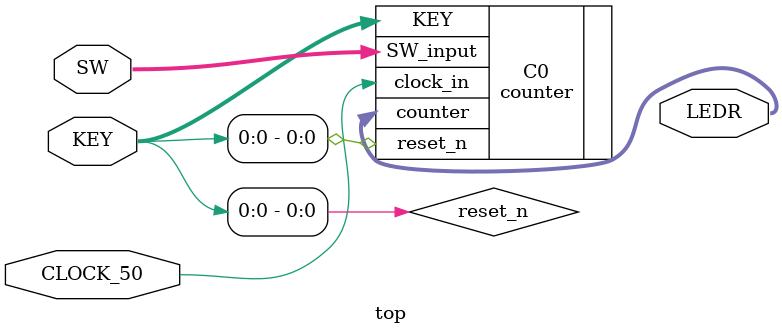
<source format=sv>
module top (
    input [3:0] KEY,
    input CLOCK_50,
    input [9:0] SW,
    output [9:0] LEDR
);
logic reset_n ;
//logic clock_out;

assign reset_n= KEY[0];

//clock_divider  #(5_000_000) F5hz (.reset_n(reset_n),.clock_in(CLOCK_50),.clock_out(clock_out));
counter C0 (.clock_in(CLOCK_50),.reset_n(reset_n),.SW_input(SW),.KEY(KEY),.counter(LEDR));


endmodule
</source>
